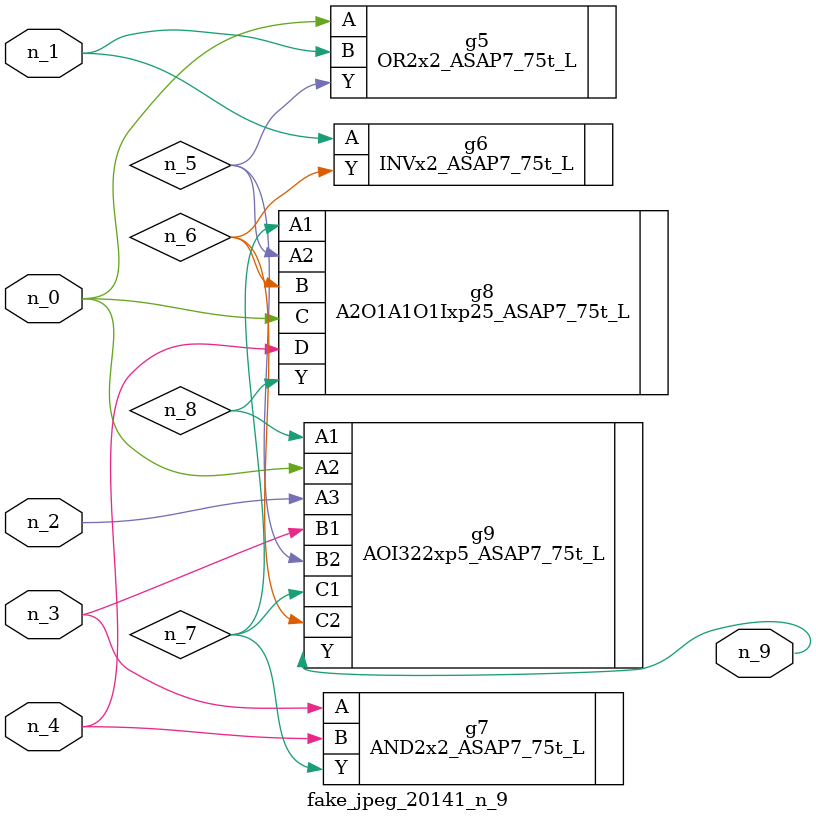
<source format=v>
module fake_jpeg_20141_n_9 (n_3, n_2, n_1, n_0, n_4, n_9);

input n_3;
input n_2;
input n_1;
input n_0;
input n_4;

output n_9;

wire n_8;
wire n_6;
wire n_5;
wire n_7;

OR2x2_ASAP7_75t_L g5 ( 
.A(n_0),
.B(n_1),
.Y(n_5)
);

INVx2_ASAP7_75t_L g6 ( 
.A(n_1),
.Y(n_6)
);

AND2x2_ASAP7_75t_L g7 ( 
.A(n_3),
.B(n_4),
.Y(n_7)
);

A2O1A1O1Ixp25_ASAP7_75t_L g8 ( 
.A1(n_7),
.A2(n_5),
.B(n_6),
.C(n_0),
.D(n_4),
.Y(n_8)
);

AOI322xp5_ASAP7_75t_L g9 ( 
.A1(n_8),
.A2(n_0),
.A3(n_2),
.B1(n_3),
.B2(n_5),
.C1(n_7),
.C2(n_6),
.Y(n_9)
);


endmodule
</source>
